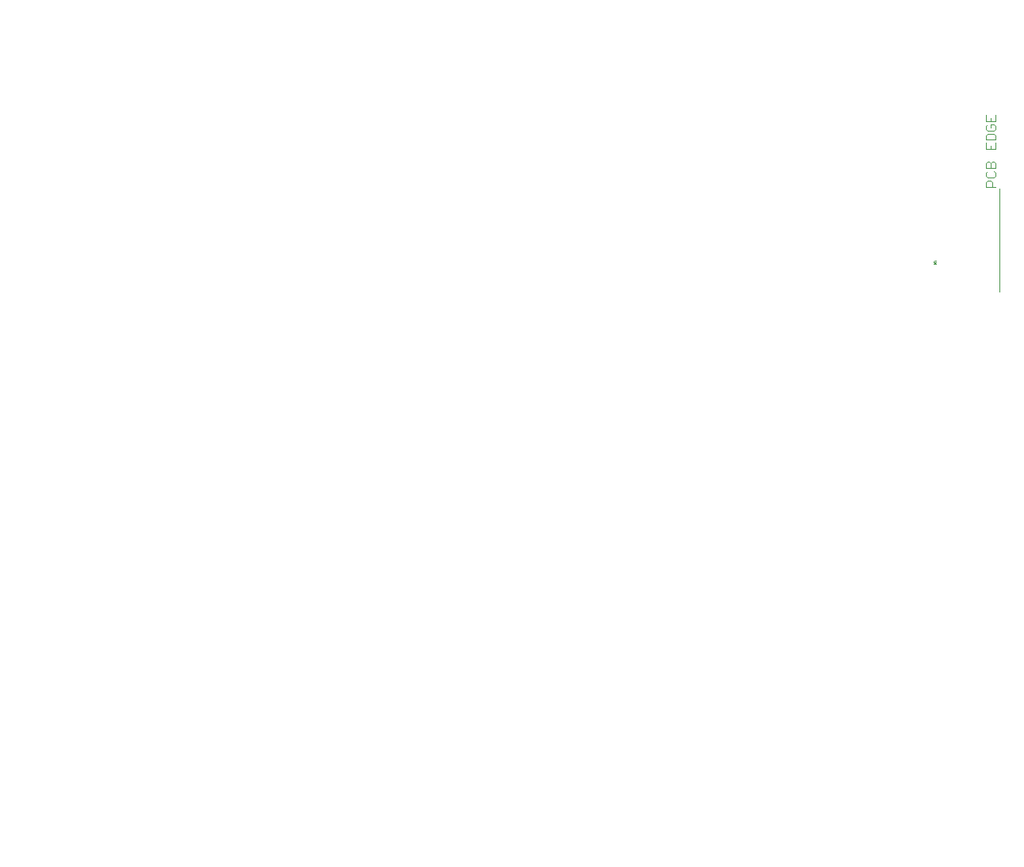
<source format=gbs>
G04*
G04 #@! TF.GenerationSoftware,Altium Limited,Altium Designer,22.0.2 (36)*
G04*
G04 Layer_Color=16711935*
%FSLAX25Y25*%
%MOIN*%
G70*
G04*
G04 #@! TF.SameCoordinates,5FA76A90-C183-4406-A071-8446DD7401C7*
G04*
G04*
G04 #@! TF.FilePolarity,Negative*
G04*
G01*
G75*
D10*
X717800Y471673D02*
X717133D01*
X717000Y471540D01*
Y471273D01*
X717133Y471140D01*
X717800D01*
X717000Y470474D02*
X717800D01*
X717400Y470873D01*
Y470340D01*
D12*
X744709Y458874D02*
Y502181D01*
D18*
X742937Y502969D02*
X739001D01*
Y504936D01*
X739657Y505592D01*
X740969D01*
X741625Y504936D01*
Y502969D01*
X739657Y509528D02*
X739001Y508872D01*
Y507560D01*
X739657Y506904D01*
X742281D01*
X742937Y507560D01*
Y508872D01*
X742281Y509528D01*
X739001Y510840D02*
X742937D01*
Y512808D01*
X742281Y513464D01*
X741625D01*
X740969Y512808D01*
Y510840D01*
Y512808D01*
X740313Y513464D01*
X739657D01*
X739001Y512808D01*
Y510840D01*
Y521335D02*
Y518712D01*
X742937D01*
Y521335D01*
X740969Y518712D02*
Y520023D01*
X739001Y522647D02*
X742937D01*
Y524615D01*
X742281Y525271D01*
X739657D01*
X739001Y524615D01*
Y522647D01*
X739657Y529207D02*
X739001Y528551D01*
Y527239D01*
X739657Y526583D01*
X742281D01*
X742937Y527239D01*
Y528551D01*
X742281Y529207D01*
X740969D01*
Y527895D01*
X739001Y533143D02*
Y530519D01*
X742937D01*
Y533143D01*
X740969Y530519D02*
Y531831D01*
D37*
X727189Y471768D02*
D03*
Y489287D02*
D03*
D38*
X514500Y405000D02*
D03*
X533500Y417922D02*
D03*
X523500Y398000D02*
D03*
X533500Y411328D02*
D03*
X514583Y411074D02*
D03*
X516000Y418000D02*
D03*
X493890Y391000D02*
D03*
X491000Y400000D02*
D03*
X411000Y397000D02*
D03*
D03*
X644500Y315500D02*
D03*
X587000Y349000D02*
D03*
X627000Y357000D02*
D03*
X649000Y361500D02*
D03*
X446500Y489591D02*
D03*
X520000Y469000D02*
D03*
X516500Y485500D02*
D03*
X513172Y461672D02*
D03*
X505000Y474765D02*
D03*
X346000Y237500D02*
D03*
X636500Y347000D02*
D03*
X582000Y343500D02*
D03*
X595500Y343000D02*
D03*
X575925Y294000D02*
D03*
X588000Y285000D02*
D03*
X394500Y280000D02*
D03*
X611000Y412000D02*
D03*
X597500Y398500D02*
D03*
X607000Y405000D02*
D03*
X621500Y417000D02*
D03*
X584842Y299000D02*
D03*
X568500Y343500D02*
D03*
X542000Y299000D02*
D03*
X532000Y298500D02*
D03*
X374000Y280000D02*
D03*
X393500Y295000D02*
D03*
X377000Y297000D02*
D03*
X359500Y296500D02*
D03*
X622000Y345500D02*
D03*
X637500Y425000D02*
D03*
Y437000D02*
D03*
X451500Y322500D02*
D03*
X548500Y303000D02*
D03*
X542000Y356500D02*
D03*
X677000Y478500D02*
D03*
X674000Y492500D02*
D03*
X370000Y258500D02*
D03*
X357000Y278500D02*
D03*
X336000Y286000D02*
D03*
X395000Y271000D02*
D03*
X485000Y486000D02*
D03*
X489000Y492000D02*
D03*
X553000Y315000D02*
D03*
X512500Y381000D02*
D03*
X719500Y459000D02*
D03*
X416500Y481000D02*
D03*
X398000Y442500D02*
D03*
X389500Y358453D02*
D03*
X394500Y419500D02*
D03*
Y405500D02*
D03*
X453500Y442000D02*
D03*
X450000Y414500D02*
D03*
X461500Y415500D02*
D03*
X510000Y573000D02*
D03*
X532000Y481000D02*
D03*
X526500Y475000D02*
D03*
X559500Y546000D02*
D03*
X469000Y531500D02*
D03*
X480500Y532000D02*
D03*
D40*
X458429Y357500D02*
D03*
X446224D02*
D03*
D43*
X586000Y441000D02*
D03*
X572500Y447000D02*
D03*
X596500Y455000D02*
D03*
X560000Y449000D02*
D03*
X448000Y479000D02*
D03*
X502000Y308000D02*
D03*
X508500Y327500D02*
D03*
X481000Y305000D02*
D03*
X523000Y305500D02*
D03*
X510500Y299000D02*
D03*
X491000Y336000D02*
D03*
X473000Y559000D02*
D03*
X492000Y353500D02*
D03*
X483500Y324500D02*
D03*
X471500Y479500D02*
D03*
X459500Y474000D02*
D03*
X440500Y256500D02*
D03*
X458827Y263500D02*
D03*
X472827Y265500D02*
D03*
D49*
X350000Y343500D02*
D03*
X340000D02*
D03*
X350000Y353500D02*
D03*
X340000D02*
D03*
X350000Y363500D02*
D03*
X340000D02*
D03*
X350000Y373500D02*
D03*
X340000D02*
D03*
X350000Y383500D02*
D03*
X340000D02*
D03*
X350000Y395000D02*
D03*
X340000D02*
D03*
X350000Y405000D02*
D03*
X340000D02*
D03*
X350000Y415000D02*
D03*
X340000D02*
D03*
X350000Y425000D02*
D03*
X340000D02*
D03*
X350000Y435000D02*
D03*
X340000D02*
D03*
X350000Y447000D02*
D03*
X340000D02*
D03*
X350000Y457000D02*
D03*
X340000D02*
D03*
X350000Y467000D02*
D03*
X340000D02*
D03*
X350000Y477000D02*
D03*
X340000D02*
D03*
X350000Y487000D02*
D03*
X340000D02*
D03*
X350000Y499000D02*
D03*
X340000D02*
D03*
X350000Y509000D02*
D03*
X340000D02*
D03*
X350000Y519000D02*
D03*
X340000D02*
D03*
X350000Y529000D02*
D03*
X340000D02*
D03*
X350000Y539000D02*
D03*
X340000D02*
D03*
D68*
X739000Y496965D02*
D03*
Y464090D02*
D03*
D70*
X497000Y533500D02*
D03*
X492000D02*
D03*
D71*
X406827Y251000D02*
D03*
Y246000D02*
D03*
D72*
X502000Y533500D02*
D03*
D88*
X574000Y348031D02*
D03*
Y351969D02*
D03*
D148*
X558453Y343500D02*
D03*
X552547D02*
D03*
X557953Y364500D02*
D03*
X552047D02*
D03*
D151*
X593000Y298953D02*
D03*
Y293047D02*
D03*
X604500Y299406D02*
D03*
Y293500D02*
D03*
D166*
X605000Y351673D02*
D03*
Y348327D02*
D03*
X598500Y351673D02*
D03*
Y348327D02*
D03*
X592500Y352173D02*
D03*
Y348827D02*
D03*
X579500Y352673D02*
D03*
Y349327D02*
D03*
D170*
X597327Y282000D02*
D03*
X600673D02*
D03*
X614673Y349000D02*
D03*
X611327D02*
D03*
D177*
X727000Y562500D02*
D03*
X404500Y548000D02*
D03*
X723500Y230500D02*
D03*
X334500Y318000D02*
D03*
D178*
X404500Y343000D02*
D03*
X394500D02*
D03*
X384500D02*
D03*
X374500D02*
D03*
X404500Y313000D02*
D03*
X394500D02*
D03*
X384500D02*
D03*
D179*
X374500D02*
D03*
D180*
X360000Y225500D02*
D03*
X711500Y254500D02*
D03*
X708000Y356000D02*
D03*
X708500Y319500D02*
D03*
X708000Y331000D02*
D03*
X712000Y268500D02*
D03*
X708500Y343500D02*
D03*
X711500Y294000D02*
D03*
Y281500D02*
D03*
D181*
X370000Y225500D02*
D03*
X380000D02*
D03*
X711000Y449000D02*
D03*
Y439000D02*
D03*
Y419000D02*
D03*
Y399000D02*
D03*
Y389000D02*
D03*
Y409000D02*
D03*
Y429000D02*
D03*
X701500Y254500D02*
D03*
X698000Y356000D02*
D03*
X698500Y319500D02*
D03*
X694000Y411500D02*
D03*
X698000Y331000D02*
D03*
X702000Y268500D02*
D03*
X698500Y343500D02*
D03*
X701500Y294000D02*
D03*
Y281500D02*
D03*
X599500Y540000D02*
D03*
X732000Y276000D02*
D03*
Y286000D02*
D03*
Y306000D02*
D03*
Y326000D02*
D03*
Y336000D02*
D03*
Y316000D02*
D03*
Y296000D02*
D03*
X726000Y402500D02*
D03*
D182*
X711000Y379000D02*
D03*
X694000Y421500D02*
D03*
X599500Y530000D02*
D03*
X732000Y346000D02*
D03*
X726000Y392500D02*
D03*
D183*
X406827Y256000D02*
D03*
D184*
X417827Y273500D02*
D03*
D185*
Y293500D02*
D03*
X428000Y492000D02*
D03*
D186*
X408000D02*
D03*
D187*
X712500Y528673D02*
D03*
Y488673D02*
D03*
D188*
X602343Y509500D02*
D03*
X549157Y505500D02*
D03*
X697500Y505158D02*
D03*
X658500Y504658D02*
D03*
D189*
X582657Y509500D02*
D03*
X568843Y505500D02*
D03*
D190*
X697500Y524843D02*
D03*
X658500Y524342D02*
D03*
D191*
X613000Y250500D02*
D03*
X623000D02*
D03*
X633000D02*
D03*
X653000D02*
D03*
X643000D02*
D03*
D192*
X663000D02*
D03*
D193*
X553500Y260000D02*
D03*
Y250000D02*
D03*
X543500Y260000D02*
D03*
X563500Y250000D02*
D03*
Y260000D02*
D03*
X573500Y250000D02*
D03*
X583500D02*
D03*
X573500Y260000D02*
D03*
X583500D02*
D03*
D194*
X543500Y250000D02*
D03*
D222*
X588500Y309984D02*
D03*
X593500D02*
D03*
X598500D02*
D03*
X603500D02*
D03*
X608500D02*
D03*
Y334000D02*
D03*
X603500D02*
D03*
X598500D02*
D03*
X593500D02*
D03*
X588500D02*
D03*
D223*
X576846Y309984D02*
D03*
X620154D02*
D03*
Y334000D02*
D03*
D224*
X576846Y332031D02*
D03*
M02*

</source>
